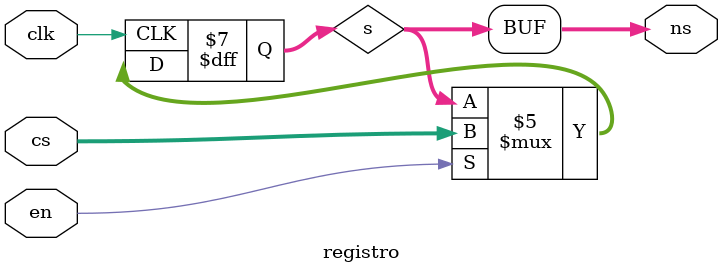
<source format=v>
module registro(output [N-1:0]ns, input [N-1:0]cs, input en, input clk);

parameter N = 8;
reg [N-1: 0]s;

initial 
 s = 2'b00;
 
 always @(posedge clk)
 	begin
 	if(en == 1)
 	s = cs;
 	end
 	
 assign ns = s;
 
 endmodule

</source>
